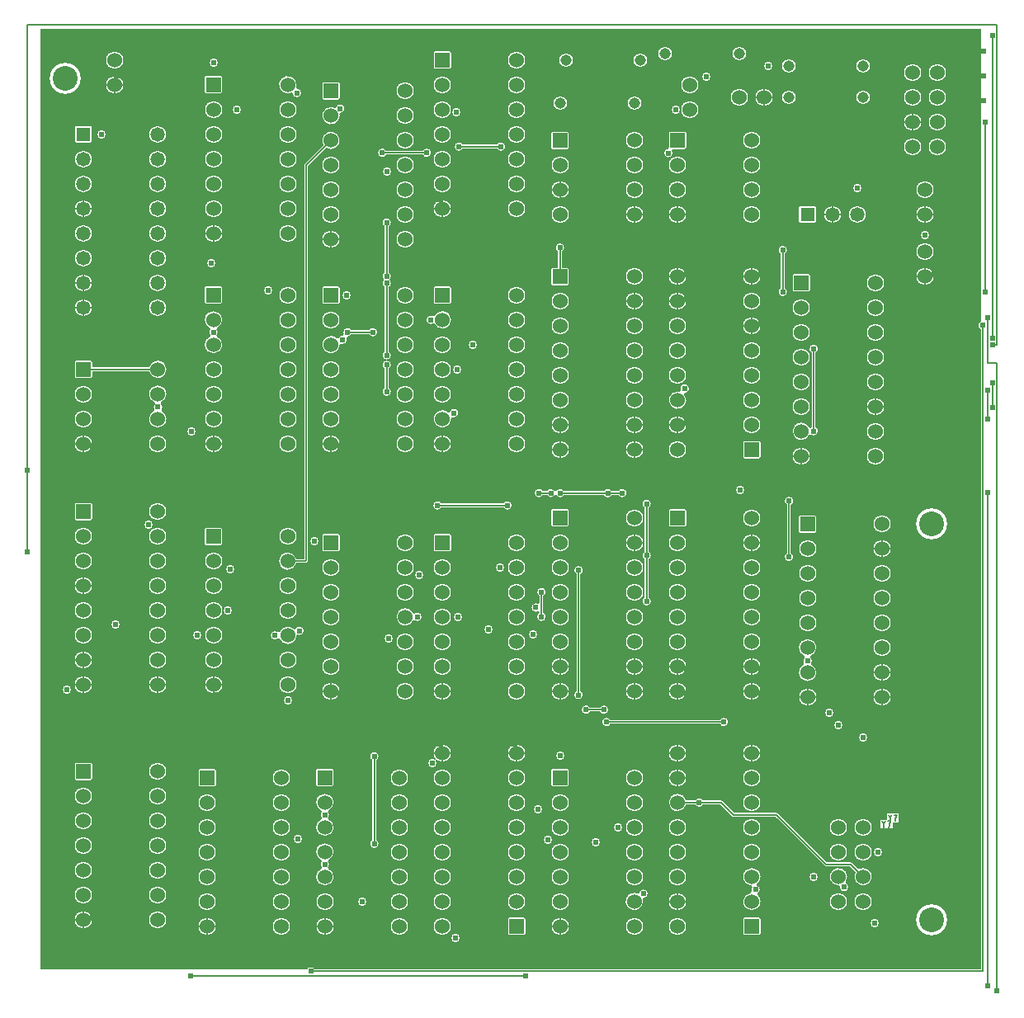
<source format=gbl>
G04 ================== begin FILE IDENTIFICATION RECORD ==================*
G04 Layout Name:  adc2.brd*
G04 Film Name:    BOTTOM_COPPER*
G04 File Format:  Gerber RS274X*
G04 File Origin:  Cadence Allegro -unreleased*
G04 Origin Date:  Sun Sep 19 23:40:03 2021*
G04 *
G04 Layer:  VIA CLASS/BOTTOM*
G04 Layer:  PIN/BOTTOM*
G04 Layer:  ETCH/BOTTOM*
G04 *
G04 Offset:    (0.00 0.00)*
G04 Mirror:    No*
G04 Mode:      Positive*
G04 Rotation:  0*
G04 FullContactRelief:  No*
G04 UndefLineWidth:     7.00*
G04 ================== end FILE IDENTIFICATION RECORD ====================*
%FSLAX25Y25*MOIN*%
%IR0*IPPOS*OFA0.00000B0.00000*MIA0B0*SFA1.00000B1.00000*%
%ADD11C,.06*%
%ADD10C,.024*%
%ADD16C,.045*%
%ADD13C,.058*%
%ADD12R,.06X.06*%
%ADD14R,.058X.058*%
%ADD15C,.1*%
%ADD17C,.007*%
%ADD18C,.005*%
%ADD23C,.03404*%
%ADD19C,.07004*%
%ADD21C,.05504*%
%ADD20C,.06804*%
%ADD22C,.12604*%
G75*
%LPD*%
G75*
G36*
G01X10000Y390000D02*
X390000D01*
Y271878D01*
G03X389048Y270350I750J-1528D01*
G03X389998Y268823I1702J0D01*
G01Y10004D01*
X120827D01*
G03X119300Y10954I-1527J-752D01*
G03X117771Y10000I0J-1702D01*
G01X10000D01*
Y390000D01*
G37*
%LPC*%
G75*
G36*
G01X216498Y84500D02*
Y90500D01*
G02X217000Y91002I502J0D01*
G01X223000D01*
G02X223502Y90500I0J-502D01*
G01Y84500D01*
G02X223000Y83998I-502J0D01*
G01X217000D01*
G02X216498Y84500I0J502D01*
G37*
G36*
G01X313998Y284500D02*
Y290500D01*
G02X314500Y291002I502J0D01*
G01X320500D01*
G02X321002Y290500I0J-502D01*
G01Y284500D01*
G02X320500Y283998I-502J0D01*
G01X314500D01*
G02X313998Y284500I0J502D01*
G37*
G36*
G01X263998Y189500D02*
Y195500D01*
G02X264500Y196002I502J0D01*
G01X270500D01*
G02X271002Y195500I0J-502D01*
G01Y189500D01*
G02X270500Y188998I-502J0D01*
G01X264500D01*
G02X263998Y189500I0J502D01*
G37*
G36*
G01X216498D02*
Y195500D01*
G02X217000Y196002I502J0D01*
G01X223000D01*
G02X223502Y195500I0J-502D01*
G01Y189500D01*
G02X223000Y188998I-502J0D01*
G01X217000D01*
G02X216498Y189500I0J502D01*
G37*
G36*
G01X293998Y24500D02*
Y30500D01*
G02X294500Y31002I502J0D01*
G01X300500D01*
G02X301002Y30500I0J-502D01*
G01Y24500D01*
G02X300500Y23998I-502J0D01*
G01X294500D01*
G02X293998Y24500I0J502D01*
G37*
G36*
G01X316498Y187000D02*
Y193000D01*
G02X317000Y193502I502J0D01*
G01X323000D01*
G02X323502Y193000I0J-502D01*
G01Y187000D01*
G02X323000Y186498I-502J0D01*
G01X317000D01*
G02X316498Y187000I0J502D01*
G37*
G36*
G01X293998Y217000D02*
Y223000D01*
G02X294500Y223502I502J0D01*
G01X300500D01*
G02X301002Y223000I0J-502D01*
G01Y217000D01*
G02X300500Y216498I-502J0D01*
G01X294500D01*
G02X293998Y217000I0J502D01*
G37*
G36*
G01X316598Y312100D02*
Y317900D01*
G02X317100Y318402I502J0D01*
G01X322900D01*
G02X323402Y317900I0J-502D01*
G01Y312100D01*
G02X322900Y311598I-502J0D01*
G01X317100D01*
G02X316598Y312100I0J502D01*
G37*
G36*
G01X168998Y374500D02*
Y380500D01*
G02X169500Y381002I502J0D01*
G01X175500D01*
G02X176002Y380500I0J-502D01*
G01Y374500D01*
G02X175500Y373998I-502J0D01*
G01X169500D01*
G02X168998Y374500I0J502D01*
G37*
G36*
G01X123998Y279500D02*
Y285500D01*
G02X124500Y286002I502J0D01*
G01X130500D01*
G02X131002Y285500I0J-502D01*
G01Y279500D01*
G02X130500Y278998I-502J0D01*
G01X124500D01*
G02X123998Y279500I0J502D01*
G37*
G36*
G01X23998Y87000D02*
Y93000D01*
G02X24500Y93502I502J0D01*
G01X30500D01*
G02X31002Y93000I0J-502D01*
G01Y87000D01*
G02X30500Y86498I-502J0D01*
G01X24500D01*
G02X23998Y87000I0J502D01*
G37*
G36*
G01X123998Y179500D02*
Y185500D01*
G02X124500Y186002I502J0D01*
G01X130500D01*
G02X131002Y185500I0J-502D01*
G01Y179500D01*
G02X130500Y178998I-502J0D01*
G01X124500D01*
G02X123998Y179500I0J502D01*
G37*
G36*
G01X168998Y279500D02*
Y285500D01*
G02X169500Y286002I502J0D01*
G01X175500D01*
G02X176002Y285500I0J-502D01*
G01Y279500D01*
G02X175500Y278998I-502J0D01*
G01X169500D01*
G02X168998Y279500I0J502D01*
G37*
G36*
G01X76498Y182000D02*
Y188000D01*
G02X77000Y188502I502J0D01*
G01X83000D01*
G02X83502Y188000I0J-502D01*
G01Y182000D01*
G02X83000Y181498I-502J0D01*
G01X77000D01*
G02X76498Y182000I0J502D01*
G37*
G36*
G01X123998Y362000D02*
Y368000D01*
G02X124500Y368502I502J0D01*
G01X130500D01*
G02X131002Y368000I0J-502D01*
G01Y362000D01*
G02X130500Y361498I-502J0D01*
G01X124500D01*
G02X123998Y362000I0J502D01*
G37*
G36*
G01X168998Y179500D02*
Y185500D01*
G02X169500Y186002I502J0D01*
G01X175500D01*
G02X176002Y185500I0J-502D01*
G01Y179500D01*
G02X175500Y178998I-502J0D01*
G01X169500D01*
G02X168998Y179500I0J502D01*
G37*
G36*
G01X73998Y84500D02*
Y90500D01*
G02X74500Y91002I502J0D01*
G01X80500D01*
G02X81002Y90500I0J-502D01*
G01Y84500D01*
G02X80500Y83998I-502J0D01*
G01X74500D01*
G02X73998Y84500I0J502D01*
G37*
G36*
G01X198998Y24500D02*
Y30500D01*
G02X199500Y31002I502J0D01*
G01X205500D01*
G02X206002Y30500I0J-502D01*
G01Y24500D01*
G02X205500Y23998I-502J0D01*
G01X199500D01*
G02X198998Y24500I0J502D01*
G37*
G36*
G01X76498Y279500D02*
Y285500D01*
G02X77000Y286002I502J0D01*
G01X83000D01*
G02X83502Y285500I0J-502D01*
G01Y279500D01*
G02X83000Y278998I-502J0D01*
G01X77000D01*
G02X76498Y279500I0J502D01*
G37*
G36*
G01X216498Y342000D02*
Y348000D01*
G02X217000Y348502I502J0D01*
G01X223000D01*
G02X223502Y348000I0J-502D01*
G01Y342000D01*
G02X223000Y341498I-502J0D01*
G01X217000D01*
G02X216498Y342000I0J502D01*
G37*
G36*
G01X76498Y364500D02*
Y370500D01*
G02X77000Y371002I502J0D01*
G01X83000D01*
G02X83502Y370500I0J-502D01*
G01Y364500D01*
G02X83000Y363998I-502J0D01*
G01X77000D01*
G02X76498Y364500I0J502D01*
G37*
G36*
G01X23998Y192000D02*
Y198000D01*
G02X24500Y198502I502J0D01*
G01X30500D01*
G02X31002Y198000I0J-502D01*
G01Y192000D01*
G02X30500Y191498I-502J0D01*
G01X24500D01*
G02X23998Y192000I0J502D01*
G37*
G36*
G01X24098Y344600D02*
Y350400D01*
G02X24600Y350902I502J0D01*
G01X30400D01*
G02X30902Y350400I0J-502D01*
G01Y344600D01*
G02X30400Y344098I-502J0D01*
G01X24600D01*
G02X24098Y344600I0J502D01*
G37*
G36*
G01X121498Y84500D02*
Y90500D01*
G02X122000Y91002I502J0D01*
G01X128000D01*
G02X128502Y90500I0J-502D01*
G01Y84500D01*
G02X128000Y83998I-502J0D01*
G01X122000D01*
G02X121498Y84500I0J502D01*
G37*
G36*
G01X251513Y40658D02*
G03X252078Y40944I172J361D01*
G02X253750Y42327I1672J-319D01*
G02X255452Y40625I0J-1702D01*
G02X253763Y38923I-1702J0D01*
G03X253379Y38418I2J-400D01*
G02X253502Y37500I-3379J-920D01*
G02X250000Y41002I-3502J0D01*
G02X251513Y40658I-1J-3502D01*
G37*
G36*
G01X333047Y43534D02*
G03X332637Y44001I-394J67D01*
G02X332500Y43998I-145J3499D01*
G02X336002Y47500I0J3502D01*
G02X335298Y45394I-3502J0D01*
G03X335448Y44791I319J-241D01*
G02X336427Y43250I-723J-1541D01*
G02X333023I-1702J0D01*
G02X333047Y43534I1702J-1D01*
G37*
G36*
G01X123745Y53649D02*
G03X123608Y54286I-295J270D01*
G02X121498Y57500I1393J3214D01*
G02X128502I3502J0D01*
G02X126392Y54286I-3503J0D01*
G03X126255Y53649I158J-367D01*
G02X126702Y52500I-1255J-1150D01*
G02X126255Y51351I-1702J1D01*
G03X126392Y50714I295J-270D01*
G02X128502Y47500I-1393J-3214D01*
G02X121498I-3502J0D01*
G02X123608Y50714I3503J0D01*
G03X123745Y51351I-158J367D01*
G02X123298Y52500I1255J1150D01*
G02X123745Y53649I1702J-1D01*
G37*
G36*
G01X349498Y70502D02*
X351998D01*
Y73002D01*
X356802D01*
Y69498D01*
X354302D01*
Y66998D01*
X349498D01*
Y70502D01*
G37*
G36*
G01X123745Y73649D02*
G03X123608Y74286I-295J270D01*
G02X121498Y77500I1393J3214D01*
G02X128502I3502J0D01*
G02X126392Y74286I-3503J0D01*
G03X126255Y73649I158J-367D01*
G02X126702Y72500I-1255J-1150D01*
G02X126255Y71351I-1702J1D01*
G03X126392Y70714I295J-270D01*
G02X128502Y67500I-1393J-3214D01*
G02X121498I-3502J0D01*
G02X123608Y70714I3503J0D01*
G03X123745Y71351I-158J367D01*
G02X123298Y72500I1255J1150D01*
G02X123745Y73649I1702J-1D01*
G37*
G36*
G01X274723Y76748D02*
X270924D01*
X270884Y76600D01*
G02X267500Y73998I-3384J900D01*
G02Y81002I0J3502D01*
G02X270884Y78400I0J-3502D01*
G01X270924Y78252D01*
X274723D01*
G02X277777I1527J-752D01*
G01X285000D01*
G02X285531Y78031I-1J-751D01*
G01X290311Y73252D01*
X307500D01*
G02X308031Y73031I-1J-751D01*
G01X327811Y53252D01*
X337500D01*
G02X338031Y53031I-1J-751D01*
G01X340610Y50452D01*
X340743Y50530D01*
G02X342500Y51002I1756J-3030D01*
G02X338998Y47500I0J-3502D01*
G02X339470Y49257I3502J1D01*
G01X339548Y49390D01*
X337189Y51748D01*
X327500D01*
G02X326969Y51969I1J751D01*
G01X307189Y71748D01*
X290000D01*
G02X289469Y71969I1J751D01*
G01X284689Y76748D01*
X277777D01*
G02X274723I-1527J752D01*
G37*
G36*
G01X144246Y62327D02*
Y94673D01*
G02X143296Y96200I752J1527D01*
G02X146700I1702J0D01*
G02X145750Y94673I-1702J0D01*
G01Y62327D01*
G02X146700Y60800I-752J-1527D01*
G02X143296I-1702J0D01*
G02X144246Y62327I1702J0D01*
G37*
G36*
G01X240273Y109246D02*
G02X238746Y108296I-1527J752D01*
G02Y111700I0J1702D01*
G02X240273Y110750I0J-1702D01*
G01X284673D01*
G02X286200Y111700I1527J-752D01*
G02Y108296I0J-1702D01*
G02X284673Y109246I0J1702D01*
G01X240273D01*
G37*
G36*
G01X232025Y114250D02*
G02X230498Y113300I-1527J752D01*
G02Y116704I0J1702D01*
G02X232025Y115754I0J-1702D01*
G01X236268D01*
G02X237795Y116704I1527J-752D01*
G02Y113300I0J-1702D01*
G02X236268Y114250I0J1702D01*
G01X232025D01*
G37*
G36*
G01X112528Y147423D02*
G03X113185Y147543I289J277D01*
G02X114750Y148577I1565J-667D01*
G02Y145173I0J-1702D01*
G02X114063Y145318I0J1702D01*
G03X113502Y144957I-161J-366D01*
G02X110000Y141498I-3502J43D01*
G02X106754Y143686I0J3502D01*
G03X106096Y143814I-371J-150D01*
G02X104875Y143298I-1221J1187D01*
G02Y146702I0J1702D01*
G02X106096Y146186I0J-1703D01*
G03X106754Y146314I287J278D01*
G02X110000Y148502I3246J-1314D01*
G02X112528Y147423I0J-3501D01*
G37*
G36*
G01X161299Y151181D02*
G03X160682Y151038I-253J-310D01*
G02X157500Y148998I-3182J1462D01*
G02Y156002I0J3502D01*
G02X160682Y153962I0J-3502D01*
G03X161299Y153819I364J167D01*
G02X162375Y154202I1076J-1320D01*
G02Y150798I0J-1702D01*
G02X161299Y151181I0J1703D01*
G37*
G36*
G01X211746Y158043D02*
Y160973D01*
G02X210796Y162500I752J1527D01*
G02X214200I1702J0D01*
G02X213250Y160973I-1702J0D01*
G01Y154027D01*
G02X214200Y152500I-752J-1527D01*
G02X210796I-1702J0D01*
G02X211746Y154027I1702J0D01*
G01Y154457D01*
G03X211138Y154798I-400J0D01*
G02X210250Y154548I-888J1452D01*
G02Y157952I0J1702D01*
G02X211138Y157702I0J-1702D01*
G03X211746Y158043I208J341D01*
G37*
G36*
G01X226746Y122429D02*
Y169841D01*
G02X225796Y171368I752J1527D01*
G02X229200I1702J0D01*
G02X228250Y169841I-1702J0D01*
G01Y122429D01*
G02X229200Y120902I-752J-1527D01*
G02X225796I-1702J0D01*
G02X226746Y122429I1702J0D01*
G37*
G36*
G01X172077Y196746D02*
G02X170550Y195796I-1527J752D01*
G02Y199200I0J1702D01*
G02X172077Y198250I0J-1702D01*
G01X197223D01*
G02X198750Y199200I1527J-752D01*
G02Y195796I0J-1702D01*
G02X197223Y196746I0J1702D01*
G01X172077D01*
G37*
G36*
G01X254250Y178777D02*
Y196673D01*
G02X253300Y198200I752J1527D01*
G02X256704I1702J0D01*
G02X255754Y196673I-1702J0D01*
G01Y178777D01*
G02Y175723I-752J-1527D01*
G01Y160277D01*
G02X256704Y158750I-752J-1527D01*
G02X253300I-1702J0D01*
G02X254250Y160277I1702J0D01*
G01Y175723D01*
G02Y178777I752J1527D01*
G37*
G36*
G01X311750Y178227D02*
Y197841D01*
G02X310800Y199368I752J1527D01*
G02X314204I1702J0D01*
G02X313254Y197841I-1702J0D01*
G01Y178227D01*
G02X314204Y176700I-752J-1527D01*
G02X310800I-1702J0D01*
G02X311750Y178227I1702J0D01*
G37*
G36*
G01X31002Y255500D02*
Y253252D01*
X54076D01*
X54116Y253400D01*
G02X57500Y256002I3384J-900D01*
G02Y248998I0J-3502D01*
G02X54116Y251600I0J3502D01*
G01X54076Y251748D01*
X31002D01*
Y249500D01*
G02X30500Y248998I-502J0D01*
G01X24500D01*
G02X23998Y249500I0J502D01*
G01Y255500D01*
G02X24500Y256002I502J0D01*
G01X30500D01*
G02X31002Y255500I0J-502D01*
G37*
G36*
G01X149246Y244977D02*
Y252773D01*
G02X148296Y254300I752J1527D01*
G02X151700I1702J0D01*
G02X150750Y252773I-1702J0D01*
G01Y244977D01*
G02X151700Y243450I-752J-1527D01*
G02X148296I-1702J0D01*
G02X149246Y244977I1702J0D01*
G37*
G36*
G01X321746Y229027D02*
Y259273D01*
G02X320796Y260800I752J1527D01*
G02X324200I1702J0D01*
G02X323250Y259273I-1702J0D01*
G01Y229027D01*
G02X324200Y227500I-752J-1527D01*
G02X322498Y225798I-1702J0D01*
G02X321350Y226244I1J1702D01*
G03X320713Y226107I-270J-296D01*
G02X317500Y223998I-3213J1393D01*
G02Y231002I0J3502D01*
G02X320713Y228893I0J-3502D01*
G03X321350Y228756I367J159D01*
G02X321746Y229027I1150J-1255D01*
G37*
G36*
G01X78745Y268649D02*
G03X78608Y269286I-295J270D01*
G02X76498Y272500I1393J3214D01*
G02X83502I3502J0D01*
G02X81392Y269286I-3503J0D01*
G03X81255Y268649I158J-367D01*
G02X81702Y267500I-1255J-1150D01*
G02X81255Y266351I-1702J1D01*
G03X81392Y265714I295J-270D01*
G02X83502Y262500I-1393J-3214D01*
G02X76498I-3502J0D01*
G02X78608Y265714I3503J0D01*
G03X78745Y266351I-158J367D01*
G02X78298Y267500I1255J1150D01*
G02X78745Y268649I1702J-1D01*
G37*
G36*
G01X169347Y270975D02*
G03X168752Y271124I-360J-174D01*
G02X167750Y270798I-1002J1377D01*
G02Y274202I0J1702D01*
G02X168752Y273876I0J-1703D01*
G03X169347Y274025I235J323D01*
G02X172500Y276002I3153J-1526D01*
G02Y268998I0J-3502D01*
G02X169347Y270975I0J3503D01*
G37*
G36*
G01X309246Y285277D02*
Y299173D01*
G02X308296Y300700I752J1527D01*
G02X311700I1702J0D01*
G02X310750Y299173I-1702J0D01*
G01Y285277D01*
G02X311700Y283750I-752J-1527D01*
G02X308296I-1702J0D01*
G02X309246Y285277I1702J0D01*
G37*
G36*
G01X219248Y293502D02*
Y300173D01*
G02X218298Y301700I752J1527D01*
G02X221702I1702J0D01*
G02X220752Y300173I-1702J0D01*
G01Y293502D01*
X223000D01*
G02X223502Y293000I0J-502D01*
G01Y287000D01*
G02X223000Y286498I-502J0D01*
G01X217000D01*
G02X216498Y287000I0J502D01*
G01Y293000D01*
G02X217000Y293502I502J0D01*
G01X219248D01*
G37*
G36*
G01X149250Y291677D02*
Y310341D01*
G02X148300Y311868I752J1527D01*
G02X151704I1702J0D01*
G02X150754Y310341I-1702J0D01*
G01Y291677D01*
G02X151704Y290150I-752J-1527D01*
G02X151233Y288974I-1702J-1D01*
G03X151232Y288422I289J-277D01*
G02X151700Y287250I-1234J-1172D01*
G02X150750Y285723I-1702J0D01*
G01Y259727D01*
G02X151700Y258200I-752J-1527D01*
G02X148296I-1702J0D01*
G02X149246Y259727I1702J0D01*
G01Y285723D01*
G02X148296Y287250I752J1527D01*
G02X148767Y288426I1702J1D01*
G03X148768Y288978I-289J277D01*
G02X148300Y290150I1234J1172D01*
G02X149250Y291677I1702J0D01*
G37*
G36*
G01X149727Y339246D02*
G02X148200Y338296I-1527J752D01*
G02Y341700I0J1702D01*
G02X149727Y340750I0J-1702D01*
G01X164673D01*
G02X166200Y341700I1527J-752D01*
G02Y338296I0J-1702D01*
G02X164673Y339246I0J1702D01*
G01X149727D01*
G37*
G36*
G01X180727Y341750D02*
G02X179200Y340800I-1527J752D01*
G02Y344204I0J1702D01*
G02X180727Y343254I0J-1702D01*
G01X194623D01*
G02X196150Y344204I1527J-752D01*
G02Y340800I0J-1702D01*
G02X194623Y341750I0J1702D01*
G01X180727D01*
G37*
G36*
G01X116969Y335531D02*
X124548Y343110D01*
X124470Y343243D01*
G02X123998Y345000I3030J1756D01*
G02X127500Y341498I3502J0D01*
G02X125613Y342050I0J3501D01*
G01X118252Y334689D01*
Y175500D01*
G02X118031Y174969I-751J1D01*
G01X117531Y174469D01*
G02X117000Y174248I-532J530D01*
G01X113424D01*
X113384Y174100D01*
G02X110000Y171498I-3384J900D01*
G02Y178502I0J3502D01*
G02X113384Y175900I0J-3502D01*
G01X113424Y175752D01*
X116689D01*
X116748Y175811D01*
Y335000D01*
G02X116969Y335531I751J-1D01*
G37*
G36*
G01X129062Y358134D02*
G03X129623Y358375I178J358D01*
G02X131250Y359577I1627J-500D01*
G02X132952Y357875I0J-1702D01*
G02X131310Y356174I-1702J0D01*
G03X130932Y355695I14J-400D01*
G02X131002Y355000I-3432J-697D01*
G02X127500Y358502I-3502J0D01*
G02X129062Y358134I-1J-3502D01*
G37*
G36*
G01X112053Y363996D02*
G03X111485Y364328I-399J-30D01*
G02X110000Y363998I-1484J3172D01*
G02X113502Y367500I0J3502D01*
G02X113310Y366357I-3502J1D01*
G03X113700Y365826I378J-131D01*
G02X113750Y365827I59J-1701D01*
G02Y362423I0J-1702D01*
G02X112053Y363996I0J1702D01*
G37*
G36*
G01X297400Y43999D02*
G02X293998Y47500I100J3501D01*
G02X301002I3502J0D01*
G02X299434Y44581I-3501J0D01*
G03X299531Y43867I221J-334D01*
G02X300702Y42250I-531J-1617D01*
G02X299864Y40783I-1703J0D01*
G03X299804Y40138I203J-344D01*
G02X301002Y37500I-2304J-2637D01*
G02X293998I-3502J0D01*
G02X297129Y40982I3502J0D01*
G03X297451Y41546I-42J398D01*
G02X297298Y42250I1549J705D01*
G02X297695Y43343I1703J0D01*
G03X297400Y43999I-307J256D01*
G37*
G36*
G01X318772Y136720D02*
G02X316498Y140000I1229J3280D01*
G02X323502I3502J0D01*
G02X321228Y136720I-3503J0D01*
G03X321108Y136042I140J-374D01*
G02X321702Y134750I-1108J-1292D01*
G02X321376Y133748I-1703J0D01*
G03X321525Y133153I323J-235D01*
G02X323502Y130000I-1526J-3153D01*
G02X316498I-3502J0D01*
G02X318475Y133153I3503J0D01*
G03X318624Y133748I-174J360D01*
G02X318298Y134750I1377J1002D01*
G02X318892Y136042I1702J0D01*
G03X318772Y136720I-260J304D01*
G37*
G36*
G01X213025Y203254D02*
X214871D01*
G02X216398Y204204I1527J-752D01*
G02X217857Y203378I0J-1702D01*
G03X218543Y203377I343J206D01*
G02X220000Y204200I1457J-878D01*
G02X221527Y203250I0J-1702D01*
G01X237773D01*
G02X240827I1527J-752D01*
G01X243673D01*
G02X245200Y204200I1527J-752D01*
G02Y200796I0J-1702D01*
G02X243673Y201746I0J1702D01*
G01X240827D01*
G02X237773I-1527J752D01*
G01X221527D01*
G02X220000Y200796I-1527J752D01*
G02X218541Y201622I0J1702D01*
G03X217855Y201623I-343J-206D01*
G02X216398Y200800I-1457J878D01*
G02X214871Y201750I0J1702D01*
G01X213025D01*
G02X211498Y200800I-1527J752D01*
G02Y204204I0J1702D01*
G02X213025Y203254I0J-1702D01*
G37*
G36*
G01X175587Y235236D02*
G02X177250Y236577I1663J-361D01*
G02Y233173I0J-1702D01*
G02X176541Y233328I1J1702D01*
G03X175977Y232917I-167J-364D01*
G02X176002Y232500I-3477J-418D01*
G02X172500Y236002I-3502J0D01*
G02X174920Y235032I1J-3502D01*
G03X175587Y235236I276J289D01*
G37*
G36*
G01X56352Y239192D02*
G02X53998Y242500I1147J3308D01*
G02X61002I3502J0D01*
G02X58805Y239250I-3502J0D01*
G03X58701Y238569I149J-371D01*
G02X59327Y237250I-1077J-1319D01*
G02X58973Y236211I-1702J0D01*
G03X59107Y235612I317J-244D01*
G02X61002Y232500I-1608J-3112D01*
G02X53998I-3502J0D01*
G02X56059Y235692I3502J0D01*
G03X56224Y236284I-164J365D01*
G02X55923Y237250I1400J966D01*
G02X56488Y238516I1701J0D01*
G03X56352Y239192I-267J298D01*
G37*
G36*
G01X268871Y243954D02*
G02X268673Y244750I1504J797D01*
G02X270375Y243048I1702J0D01*
G01X270368D01*
G03X270072Y242377I-2J-400D01*
G02X271002Y240000I-2573J-2377D01*
G02X267500Y243502I-3502J0D01*
G02X268413Y243381I0J-3502D01*
G03X268871Y243954I104J386D01*
G37*
G36*
G01X135727Y268250D02*
X142923D01*
G02X144450Y269200I1527J-752D01*
G02Y265796I0J-1702D01*
G02X142923Y266746I0J1702D01*
G01X135727D01*
G02X134200Y265796I-1527J752D01*
G01X134160D01*
G03X133789Y265226I-9J-400D01*
G02X133952Y264500I-1539J-727D01*
G02X132250Y262798I-1702J0D01*
G02X131563Y262943I0J1702D01*
G03X131001Y262569I-162J-366D01*
G02X131002Y262500I-3501J-85D01*
G02X127500Y266002I-3502J0D01*
G02X129996Y264956I0J-3501D01*
G03X130656Y265097I285J281D01*
G02X132250Y266202I1594J-597D01*
G01X132290D01*
G03X132661Y266772I9J400D01*
G02X132498Y267498I1539J727D01*
G02X134200Y269200I1702J0D01*
G02X135727Y268250I0J-1702D01*
G37*
G36*
G01X263998Y348000D02*
G02X264500Y348502I502J0D01*
G01X270500D01*
G02X271002Y348000I0J-502D01*
G01Y342000D01*
G02X270500Y341498I-502J0D01*
G01X265459D01*
G03X265134Y340866I0J-400D01*
G02X265452Y339875I-1385J-991D01*
G02X262048I-1702J0D01*
G02X263628Y341573I1702J0D01*
G03X263999Y341984I-29J399D01*
G02X263998Y342000I500J39D01*
G01Y348000D01*
G37*
G54D23*
X220000Y96375D03*
X20750Y123000D03*
X150150Y332375D03*
X168375Y93250D03*
X292750Y203625D03*
X266750Y357500D03*
X89375D03*
X304000Y375000D03*
X279250Y370625D03*
X53750Y189750D03*
X86750Y171875D03*
X120750Y183000D03*
X85850Y155000D03*
X102250Y284375D03*
X150750Y143875D03*
X177750Y22750D03*
X133825Y282500D03*
X114125Y62750D03*
X34875Y347500D03*
X73625Y145000D03*
X340000Y325825D03*
X71125Y227250D03*
X110000Y118600D03*
X140000Y37500D03*
X163250Y169375D03*
X195875Y172500D03*
X178350Y252500D03*
X184875Y262500D03*
X209250Y145375D03*
X191250Y147500D03*
X178875Y152500D03*
X211250Y74875D03*
X234375Y61250D03*
X215250Y62500D03*
X243373Y67500D03*
X347250Y28801D03*
X40625Y149247D03*
X178250Y356500D03*
X80000Y376375D03*
X79000Y295250D03*
X367500Y306675D03*
X322375Y47500D03*
X328750Y113750D03*
X348625Y57500D03*
X332500Y108750D03*
X342500Y103750D03*
G54D19*
X297500Y335000D03*
Y325000D03*
Y315000D03*
Y345000D03*
X267500Y315000D03*
Y335000D03*
Y325000D03*
X155000Y67500D03*
Y77500D03*
Y47500D03*
Y57500D03*
Y27500D03*
Y37500D03*
X125000D03*
X155000Y87500D03*
X125000Y27500D03*
X57500Y125000D03*
Y155000D03*
Y175000D03*
Y185000D03*
Y145000D03*
Y135000D03*
Y165000D03*
X27500Y135000D03*
Y165000D03*
Y185000D03*
Y155000D03*
Y145000D03*
Y175000D03*
X57500Y195000D03*
X27500Y125000D03*
X110000Y327500D03*
Y337500D03*
Y347500D03*
Y317500D03*
Y307500D03*
X80000Y317500D03*
Y347500D03*
Y337500D03*
Y327500D03*
Y357500D03*
X110000D03*
X80000Y307500D03*
X250000Y335000D03*
Y325000D03*
Y315000D03*
X220000D03*
X250000Y345000D03*
X220000Y335000D03*
Y325000D03*
X110000Y262500D03*
Y272500D03*
Y242500D03*
Y252500D03*
Y222500D03*
Y232500D03*
X80000D03*
Y242500D03*
Y252500D03*
X110000Y282500D03*
X80000Y222500D03*
X172500Y37500D03*
Y47500D03*
Y57500D03*
Y67500D03*
Y77500D03*
Y87500D03*
Y97500D03*
X202500Y87500D03*
Y77500D03*
Y67500D03*
Y57500D03*
Y47500D03*
Y37500D03*
X172500Y27500D03*
X202500Y97500D03*
X107500Y57500D03*
Y77500D03*
Y67500D03*
Y47500D03*
Y37500D03*
Y27500D03*
X77500Y57500D03*
Y37500D03*
Y47500D03*
Y67500D03*
Y77500D03*
X107500Y87500D03*
X77500Y27500D03*
X202500Y152500D03*
Y172500D03*
Y162500D03*
Y142500D03*
Y132500D03*
Y122500D03*
X172500Y152500D03*
Y132500D03*
Y142500D03*
Y162500D03*
Y172500D03*
X202500Y182500D03*
X172500Y122500D03*
X157500Y335000D03*
Y355000D03*
Y345000D03*
Y325000D03*
Y315000D03*
Y305000D03*
X127500Y335000D03*
Y315000D03*
Y325000D03*
X157500Y365000D03*
X127500Y305000D03*
X110000Y155000D03*
Y165000D03*
Y135000D03*
Y125000D03*
X80000Y155000D03*
Y135000D03*
Y145000D03*
Y165000D03*
Y175000D03*
X110000Y185000D03*
X80000Y125000D03*
X202500Y252500D03*
Y272500D03*
Y262500D03*
Y242500D03*
Y232500D03*
Y222500D03*
X172500Y252500D03*
Y242500D03*
Y262500D03*
X202500Y282500D03*
X172500Y222500D03*
X157500Y172500D03*
Y162500D03*
Y142500D03*
Y132500D03*
Y122500D03*
X127500Y152500D03*
Y132500D03*
Y142500D03*
Y162500D03*
Y172500D03*
X157500Y182500D03*
X127500Y122500D03*
X57500Y70000D03*
Y80000D03*
Y50000D03*
Y60000D03*
Y30000D03*
Y40000D03*
X27500D03*
Y50000D03*
Y60000D03*
Y70000D03*
Y80000D03*
X57500Y90000D03*
X27500Y30000D03*
X157500Y262500D03*
Y272500D03*
Y242500D03*
Y252500D03*
Y222500D03*
Y232500D03*
X127500D03*
Y242500D03*
Y252500D03*
Y272500D03*
X157500Y282500D03*
X127500Y222500D03*
X202500Y357500D03*
Y367500D03*
Y337500D03*
Y347500D03*
Y317500D03*
Y327500D03*
X172500D03*
Y337500D03*
Y347500D03*
Y357500D03*
Y367500D03*
X202500Y377500D03*
X172500Y317500D03*
X297500Y290000D03*
X267500Y220000D03*
Y230000D03*
X297500Y270000D03*
Y260000D03*
Y250000D03*
Y240000D03*
Y230000D03*
X267500Y280000D03*
Y290000D03*
Y270000D03*
Y260000D03*
Y250000D03*
X297500Y280000D03*
X320000Y120000D03*
X350000Y190000D03*
Y180000D03*
X320000Y150000D03*
Y160000D03*
Y170000D03*
Y180000D03*
X350000Y130000D03*
Y120000D03*
Y140000D03*
Y150000D03*
Y160000D03*
Y170000D03*
X297500Y97500D03*
X267500Y27500D03*
Y37500D03*
X297500Y77500D03*
Y67500D03*
Y57500D03*
X267500Y87500D03*
Y97500D03*
Y67500D03*
Y57500D03*
Y47500D03*
X297500Y87500D03*
X342500Y67500D03*
X332500D03*
X342500Y57500D03*
X332500D03*
X342500Y37500D03*
X332500D03*
X220000Y122500D03*
X250000Y192500D03*
Y172500D03*
Y132500D03*
Y122500D03*
X220000Y132500D03*
Y142500D03*
Y152500D03*
Y162500D03*
Y172500D03*
Y182500D03*
X250000Y162500D03*
Y152500D03*
Y142500D03*
Y182500D03*
X267500Y122500D03*
X297500Y192500D03*
Y172500D03*
Y132500D03*
Y122500D03*
X267500Y132500D03*
Y142500D03*
Y152500D03*
Y162500D03*
Y172500D03*
Y182500D03*
X297500Y162500D03*
Y152500D03*
Y142500D03*
Y182500D03*
X220000Y220000D03*
X250000Y290000D03*
Y270000D03*
Y230000D03*
Y220000D03*
X220000Y230000D03*
Y240000D03*
Y250000D03*
Y260000D03*
Y270000D03*
Y280000D03*
X250000Y260000D03*
Y250000D03*
Y240000D03*
Y280000D03*
X317500Y217500D03*
X347500Y287500D03*
Y237500D03*
Y247500D03*
Y257500D03*
Y227500D03*
X317500Y247500D03*
X347500Y217500D03*
X317500Y257500D03*
Y237500D03*
X347500Y277500D03*
X317500D03*
X347500Y267500D03*
X317500D03*
X367500Y325000D03*
Y315000D03*
Y300000D03*
Y290000D03*
X40000Y377500D03*
Y367500D03*
X292500Y362500D03*
X302500D03*
X272500Y357500D03*
Y367500D03*
X220000Y27500D03*
X250000Y87500D03*
Y27500D03*
X220000Y37500D03*
X250000Y77500D03*
Y67500D03*
Y57500D03*
Y47500D03*
X220000D03*
Y57500D03*
Y67500D03*
Y77500D03*
X372500Y372500D03*
X362500D03*
X372500Y362500D03*
X362500D03*
X372500Y352500D03*
X362500D03*
X372500Y342500D03*
X362500D03*
X57500Y222500D03*
X27500D03*
Y242500D03*
Y232500D03*
G54D21*
X342500Y362500D03*
X312500D03*
X292500Y380000D03*
X262500D03*
X250000Y360000D03*
X220000D03*
X342500Y375000D03*
X312500D03*
X222500Y377500D03*
X252500D03*
G54D20*
X57500Y277500D03*
Y307500D03*
Y327500D03*
Y337500D03*
Y297500D03*
Y287500D03*
Y317500D03*
X27500Y287500D03*
Y317500D03*
Y337500D03*
Y307500D03*
Y297500D03*
Y327500D03*
X57500Y347500D03*
X27500Y277500D03*
X330000Y315000D03*
X340000D03*
G54D22*
X370000Y190000D03*
X20000Y370000D03*
X370000Y30000D03*
%LPD*%
G75*
G54D10*
X11200Y11200D03*
Y21200D03*
Y31200D03*
Y41200D03*
Y51200D03*
Y61200D03*
Y71200D03*
Y81200D03*
Y91200D03*
Y101200D03*
Y111200D03*
Y121200D03*
Y131200D03*
Y141200D03*
Y151200D03*
Y161200D03*
Y171200D03*
Y181200D03*
Y191200D03*
X4849Y178750D03*
X11200Y201200D03*
Y221200D03*
X4849Y211650D03*
X11200Y231200D03*
Y241200D03*
Y261200D03*
Y271200D03*
Y281200D03*
Y291200D03*
Y301200D03*
Y311200D03*
Y321200D03*
Y331200D03*
Y341200D03*
Y351200D03*
Y361200D03*
Y371200D03*
Y381200D03*
X21200Y11200D03*
X31200D03*
X41200D03*
X21200Y21200D03*
X31200D03*
X41200D03*
X21200Y31200D03*
X31200D03*
X41200D03*
X21200Y41200D03*
X41200D03*
X21200Y51200D03*
X41200D03*
X21200Y61200D03*
X41200D03*
X21200Y71200D03*
X41200D03*
Y91200D03*
X31200Y101200D03*
X41200D03*
X31200Y111200D03*
X41200D03*
X31200Y121200D03*
X41200D03*
X31200Y131200D03*
X20750Y123000D03*
X31200Y141200D03*
X40625Y149247D03*
X21200Y181200D03*
Y191200D03*
Y201200D03*
X31200D03*
X41200D03*
X21200Y221200D03*
X31200D03*
X41200D03*
X21200Y231200D03*
X41200D03*
X21200Y241200D03*
X41200D03*
X21200Y261200D03*
X31200D03*
X21200Y271200D03*
X31200D03*
X21200Y281200D03*
X31200D03*
X21200Y291200D03*
X31200D03*
X21200Y301200D03*
X31200D03*
Y311200D03*
Y331200D03*
Y341200D03*
X21200Y371200D03*
Y361200D03*
X31200D03*
X41200D03*
X31200Y371200D03*
X41200D03*
X34875Y347500D03*
X21200Y381200D03*
X31200D03*
X51200Y11200D03*
X61200D03*
X70800Y7302D03*
X51200Y21200D03*
X61200D03*
X51200Y31200D03*
Y41200D03*
Y51200D03*
Y61200D03*
Y71200D03*
Y101200D03*
X61200D03*
X51200Y111200D03*
X61200D03*
X71200D03*
X51200Y121200D03*
X61200D03*
X71200D03*
X51200Y151200D03*
X61200D03*
X71200D03*
X53750Y189750D03*
X51200Y201200D03*
X61200D03*
X71200D03*
X51200Y221200D03*
X71200D03*
X51200Y231200D03*
X71200D03*
X51200Y241200D03*
X71200D03*
Y251200D03*
X71125Y227250D03*
X57625Y237250D03*
X61200Y261200D03*
X71200D03*
X61200Y271200D03*
X71200D03*
X61200Y281200D03*
Y291200D03*
Y301200D03*
Y311200D03*
X51200Y331200D03*
X61200D03*
X51200Y341200D03*
X61200D03*
Y351200D03*
X51200Y361200D03*
X61200D03*
X51200Y371200D03*
X61200D03*
X51200Y381200D03*
X61200D03*
X81200Y11200D03*
X91200D03*
X101200D03*
X81200Y21200D03*
X91200D03*
X101200D03*
X81200Y31200D03*
X91200D03*
X101200D03*
X81200Y41200D03*
X91200D03*
X101200D03*
X81200Y51200D03*
X91200D03*
X101200D03*
X81200Y101200D03*
X91200D03*
X101200D03*
X81200Y111200D03*
X91200D03*
X101200D03*
X81200Y121200D03*
X91200D03*
X101200D03*
X91200Y131200D03*
X101200D03*
X91200Y151200D03*
X101200D03*
Y161200D03*
X85850Y155000D03*
X73625Y145000D03*
X91200Y191200D03*
X101200D03*
X86750Y171875D03*
X81200Y201200D03*
X91200D03*
X101200D03*
X81200Y221200D03*
X91200D03*
X101200D03*
X91200Y261200D03*
Y271200D03*
Y281200D03*
X80000Y267500D03*
X81200Y291200D03*
X91200D03*
X81200Y301200D03*
X91200D03*
Y311200D03*
X79000Y295250D03*
X91200Y341200D03*
Y351200D03*
Y371200D03*
X101200D03*
X89375Y357500D03*
X91200Y381200D03*
X80000Y376375D03*
X111200Y11200D03*
X119300Y9252D03*
X111200Y21200D03*
X131200D03*
X111200Y31200D03*
X131200D03*
X111200Y41200D03*
Y51200D03*
X121200D03*
X131200D03*
X121200Y71200D03*
X131200D03*
X125000Y52500D03*
X114125Y62750D03*
X111200Y81200D03*
Y101200D03*
X121200D03*
X131200D03*
X125000Y72500D03*
X111200Y111200D03*
X131200Y121200D03*
X110000Y118600D03*
X121200Y161200D03*
X114750Y146875D03*
X104875Y145000D03*
X121200Y191200D03*
X131200D03*
X120750Y183000D03*
X111200Y201200D03*
X121200D03*
X131200D03*
X121200Y211200D03*
X131200D03*
X121200Y221200D03*
X131200D03*
X121200Y241200D03*
Y251200D03*
Y261200D03*
X102250Y284375D03*
X131200Y331200D03*
X131250Y357875D03*
X113750Y364125D03*
X141200Y21200D03*
Y31200D03*
Y41200D03*
X151200D03*
X140000Y37500D03*
X141200Y51200D03*
X151200D03*
X141200Y71200D03*
X151200D03*
X161200D03*
X144998Y60800D03*
X157207Y100301D03*
X161200Y81200D03*
X141200Y101200D03*
X151200D03*
X161200D03*
X144998Y96200D03*
X141200Y121200D03*
Y141200D03*
X150750Y143875D03*
X161200Y191200D03*
Y201200D03*
Y211200D03*
X149998Y243450D03*
Y258200D03*
Y254300D03*
X132250Y264500D03*
X144450Y267498D03*
X134200D03*
X141200Y301200D03*
X149998Y287250D03*
X150002Y290150D03*
Y311868D03*
X133825Y282500D03*
X141200Y331200D03*
X148200Y339998D03*
X150150Y332375D03*
X141200Y351200D03*
X161200D03*
X141200Y361200D03*
X161200D03*
X177750Y22750D03*
X181200Y51200D03*
X171200Y101200D03*
X181200D03*
X191200D03*
X168375Y93250D03*
X171200Y121200D03*
X181200D03*
X191200D03*
X181200Y131200D03*
Y141200D03*
X162375Y152500D03*
X191250Y147500D03*
X178875Y152500D03*
X181200Y181200D03*
Y191200D03*
X163250Y169375D03*
X181200Y201200D03*
Y211200D03*
X171200Y221200D03*
X181200D03*
X170550Y197498D03*
X181200Y231200D03*
Y241200D03*
X177250Y234875D03*
X181200Y271200D03*
Y281200D03*
X178350Y252500D03*
X184875Y262500D03*
X167750Y272500D03*
X171200Y291200D03*
X181200D03*
X171200Y301200D03*
X181200D03*
X171200Y311200D03*
X181200D03*
X171200Y321200D03*
X181200D03*
Y331200D03*
X166200Y339998D03*
X179200Y342502D03*
X178250Y356500D03*
X206250Y7302D03*
X211200Y21200D03*
X221200D03*
X215250Y62500D03*
X201200Y101200D03*
X211200D03*
X211250Y74875D03*
X220000Y96375D03*
X211200Y121200D03*
X221200D03*
X211200Y131200D03*
X221200D03*
X209250Y145375D03*
X210250Y156250D03*
X212498Y152500D03*
X211200Y171200D03*
Y181200D03*
Y191200D03*
X195875Y172500D03*
X212498Y162500D03*
X201200Y201200D03*
Y211200D03*
X221200D03*
Y221200D03*
X198750Y197498D03*
X220000Y202498D03*
X216398Y202502D03*
X211498D03*
X221200Y231200D03*
X211200Y261200D03*
Y271200D03*
X201200Y291200D03*
X211200D03*
X201200Y301200D03*
Y311200D03*
X220000Y301700D03*
X221200Y321200D03*
X196150Y342502D03*
X231200Y21200D03*
X241200D03*
X251200D03*
X243373Y67500D03*
X234375Y61250D03*
X231200Y91200D03*
Y101200D03*
X251200D03*
X241200Y121200D03*
X251200D03*
X231200Y131200D03*
X241200D03*
X251200D03*
X227498Y120902D03*
X237795Y115002D03*
X230498D03*
X238746Y109998D03*
X231200Y141200D03*
X241200D03*
X231200Y151200D03*
X241200D03*
Y161200D03*
Y171200D03*
Y181200D03*
X251200D03*
X231200Y191200D03*
X241200D03*
X227498Y171368D03*
X231200Y211200D03*
X251200D03*
X231200Y221200D03*
X251200D03*
X245200Y202498D03*
X239300D03*
X231200Y231200D03*
X251200D03*
X231200Y241200D03*
Y251200D03*
Y261200D03*
Y271200D03*
Y281200D03*
X251200D03*
X231200Y291200D03*
Y301200D03*
X241200D03*
X251200D03*
X231200Y321200D03*
Y351200D03*
X241200D03*
X251200D03*
X231200Y361200D03*
X241200D03*
X231200Y381200D03*
X261200Y21200D03*
X271200D03*
X281200D03*
X271200Y31200D03*
X281200D03*
X261200Y41200D03*
X253750Y40625D03*
X271200Y81200D03*
X281200D03*
Y91200D03*
X261200Y101200D03*
X271200D03*
X281200D03*
X276250Y77500D03*
X261200Y121200D03*
X271200D03*
X281200D03*
X261200Y131200D03*
X271200D03*
X281200D03*
Y141200D03*
Y151200D03*
Y161200D03*
X255002Y158750D03*
X261200Y171200D03*
X281200Y191200D03*
X255002Y177250D03*
X281200Y201200D03*
X261200Y211200D03*
X281200D03*
X261200Y221200D03*
X281200D03*
X255002Y198200D03*
X261200Y231200D03*
X271200D03*
X281200D03*
Y241200D03*
X270375Y244750D03*
X281200Y261200D03*
X261200Y271200D03*
X281200D03*
X261200Y281200D03*
X271200D03*
X281200D03*
X261200Y291200D03*
X271200D03*
X281200D03*
X261200Y301200D03*
X271200D03*
X281200D03*
X261200Y331200D03*
X271200D03*
X281200D03*
Y341200D03*
X263750Y339875D03*
X281200Y361200D03*
X266750Y357500D03*
X279250Y370625D03*
X281200Y381200D03*
X291200Y21200D03*
X301200D03*
X311200D03*
X291200Y31200D03*
X311200D03*
X301200Y51200D03*
Y61200D03*
X299000Y42250D03*
X291200Y81200D03*
X301200D03*
X311200D03*
X291200Y91200D03*
X301200D03*
X311200D03*
X291200Y101200D03*
X301200D03*
X311200D03*
X291200Y121200D03*
X301200D03*
X311200D03*
X291200Y131200D03*
X301200D03*
X311200D03*
X286200Y109998D03*
X291200Y151200D03*
Y161200D03*
Y171200D03*
X301200Y201200D03*
Y211200D03*
X292750Y203625D03*
X291200Y241200D03*
Y251200D03*
X311200D03*
X291200Y261200D03*
Y271200D03*
X301200D03*
X291200Y281200D03*
Y291200D03*
X301200D03*
X291200Y301200D03*
X301200D03*
X309998Y283750D03*
Y300700D03*
X311200Y321200D03*
X291200Y331200D03*
X301200D03*
X311200D03*
X291200Y341200D03*
X301200D03*
X311200D03*
X301200Y351200D03*
Y361200D03*
Y371200D03*
X311200D03*
X301200Y381200D03*
X311200D03*
X304000Y375000D03*
X321200Y21200D03*
X331200D03*
X341200D03*
X321200Y31200D03*
X331200D03*
X341200D03*
X321200Y71200D03*
X334725Y43250D03*
X322375Y47500D03*
X321200Y81200D03*
Y91200D03*
Y101200D03*
Y111200D03*
Y121200D03*
X328750Y113750D03*
X332500Y108750D03*
X331200Y161200D03*
X341200D03*
X320000Y134750D03*
X331200Y181200D03*
X341200D03*
X312502Y176700D03*
X321200Y201200D03*
X331200D03*
X341200D03*
X321200Y211200D03*
X331200D03*
X341200D03*
X321200Y221200D03*
X331200D03*
X341200D03*
X312502Y199368D03*
X331200Y251200D03*
X341200D03*
X322498Y227500D03*
X331200Y281200D03*
X322498Y260800D03*
X331200Y291200D03*
X321200Y321200D03*
X331200D03*
X321200Y331200D03*
X331200D03*
X321200Y341200D03*
X331200D03*
X341200D03*
X340000Y325825D03*
X321200Y351200D03*
X331200D03*
X341200D03*
X321200Y361200D03*
X331200D03*
X321200Y371200D03*
X331200D03*
X341200D03*
X321200Y381200D03*
X331200D03*
X341200D03*
X371200Y31200D03*
X351200Y21200D03*
X361200D03*
X371200D03*
X351200Y31200D03*
X361200D03*
X351200Y41200D03*
X361200D03*
X371200D03*
X347250Y28801D03*
X351200Y51200D03*
X361200D03*
X371200D03*
X351200Y61200D03*
X361200D03*
X371200D03*
X361200Y71200D03*
X371200D03*
X348625Y57500D03*
X351200Y81200D03*
X361200D03*
X371200D03*
X351200Y91200D03*
X361200D03*
X371200D03*
X351200Y101200D03*
X361200D03*
X371200D03*
X351200Y111200D03*
X361200D03*
X371200D03*
X351200Y121200D03*
X361200D03*
X371200D03*
X351200Y131200D03*
X361200D03*
X371200D03*
X342500Y103750D03*
X361200Y141200D03*
X371200D03*
X361200Y151200D03*
X371200D03*
X361200Y161200D03*
X371200D03*
Y191200D03*
X361200Y171200D03*
X371200D03*
X351200Y181200D03*
X361200D03*
X371200D03*
X361200Y191200D03*
X351200Y201200D03*
X361200D03*
X371200D03*
X351200Y211200D03*
X361200D03*
X371200D03*
X351200Y221200D03*
X361200D03*
X371200D03*
X361200Y251200D03*
X371200D03*
X351200Y291200D03*
X361200D03*
X371200D03*
X351200Y301200D03*
X361200D03*
X367500Y306675D03*
X351200Y331200D03*
X361200D03*
X351200Y351200D03*
X361200D03*
X351200Y361200D03*
Y371200D03*
Y381200D03*
X361200D03*
X371200D03*
X396600Y1402D03*
X392700Y3352D03*
X381200Y21200D03*
Y31200D03*
Y41200D03*
Y51200D03*
Y61200D03*
Y71200D03*
Y81200D03*
Y91200D03*
Y101200D03*
Y111200D03*
Y121200D03*
Y131200D03*
Y141200D03*
Y151200D03*
Y161200D03*
Y171200D03*
Y181200D03*
Y191200D03*
Y211200D03*
Y221200D03*
X392700Y202700D03*
X381200Y251200D03*
X394650Y247100D03*
Y237150D03*
X392700Y232250D03*
Y244200D03*
X394650Y262250D03*
X392700Y273250D03*
X390750Y270350D03*
X394650Y265150D03*
X381200Y291200D03*
Y301200D03*
Y311200D03*
X391750Y283750D03*
X381200Y321200D03*
Y331200D03*
Y341200D03*
X391200Y371200D03*
Y361200D03*
X381200D03*
Y371200D03*
X391750Y352500D03*
X391200Y381200D03*
X381200D03*
X394650Y387250D03*
G54D11*
X27500Y30000D03*
Y40000D03*
Y50000D03*
Y60000D03*
Y70000D03*
Y80000D03*
Y125000D03*
Y135000D03*
Y145000D03*
Y155000D03*
Y165000D03*
Y175000D03*
Y185000D03*
Y222500D03*
Y232500D03*
Y242500D03*
X40000Y367500D03*
Y377500D03*
X57500Y30000D03*
Y40000D03*
Y50000D03*
Y60000D03*
Y70000D03*
Y80000D03*
Y90000D03*
Y125000D03*
Y155000D03*
Y145000D03*
Y135000D03*
Y185000D03*
Y175000D03*
Y165000D03*
Y195000D03*
Y222500D03*
Y232500D03*
Y242500D03*
Y252500D03*
X77500Y27500D03*
Y37500D03*
Y47500D03*
Y57500D03*
Y67500D03*
Y77500D03*
X80000Y125000D03*
Y135000D03*
Y145000D03*
Y155000D03*
Y165000D03*
Y175000D03*
Y222500D03*
Y232500D03*
Y242500D03*
Y252500D03*
Y262500D03*
Y272500D03*
Y307500D03*
Y317500D03*
Y327500D03*
Y337500D03*
Y347500D03*
Y357500D03*
X125000Y27500D03*
Y37500D03*
X107500Y27500D03*
Y37500D03*
X125000Y47500D03*
Y57500D03*
Y67500D03*
X107500Y47500D03*
Y57500D03*
Y67500D03*
X125000Y77500D03*
X107500D03*
Y87500D03*
X127500Y122500D03*
Y132500D03*
X110000Y125000D03*
X127500Y142500D03*
Y152500D03*
Y162500D03*
X110000Y135000D03*
Y145000D03*
Y155000D03*
X127500Y172500D03*
X110000Y165000D03*
Y175000D03*
Y185000D03*
Y222500D03*
X127500D03*
X110000Y232500D03*
Y242500D03*
Y252500D03*
X127500Y232500D03*
Y242500D03*
Y252500D03*
X110000Y262500D03*
Y272500D03*
Y282500D03*
X127500Y262500D03*
Y272500D03*
Y305000D03*
X110000Y307500D03*
X127500Y315000D03*
Y325000D03*
Y335000D03*
X110000Y317500D03*
Y327500D03*
Y337500D03*
X127500Y345000D03*
Y355000D03*
X110000Y347500D03*
Y357500D03*
Y367500D03*
X155000Y27500D03*
Y37500D03*
Y47500D03*
Y57500D03*
Y67500D03*
Y77500D03*
Y87500D03*
X157500Y122500D03*
Y132500D03*
Y142500D03*
Y152500D03*
Y162500D03*
Y172500D03*
Y182500D03*
Y222500D03*
Y232500D03*
Y242500D03*
Y252500D03*
Y262500D03*
Y272500D03*
Y282500D03*
Y305000D03*
Y315000D03*
Y325000D03*
Y335000D03*
Y345000D03*
Y355000D03*
Y365000D03*
X172500Y27500D03*
Y37500D03*
Y47500D03*
Y57500D03*
Y67500D03*
Y77500D03*
Y87500D03*
Y97500D03*
Y122500D03*
Y132500D03*
Y142500D03*
Y152500D03*
Y162500D03*
Y172500D03*
Y222500D03*
Y232500D03*
Y242500D03*
Y252500D03*
Y262500D03*
Y272500D03*
Y317500D03*
Y327500D03*
Y337500D03*
Y347500D03*
Y357500D03*
Y367500D03*
X202500Y37500D03*
X220000Y27500D03*
Y37500D03*
X202500Y67500D03*
Y57500D03*
Y47500D03*
X220000D03*
Y57500D03*
Y67500D03*
X202500Y97500D03*
Y87500D03*
Y77500D03*
X220000D03*
Y122500D03*
Y132500D03*
X202500Y122500D03*
Y132500D03*
X220000Y142500D03*
Y152500D03*
Y162500D03*
X202500Y142500D03*
Y152500D03*
Y162500D03*
X220000Y172500D03*
Y182500D03*
X202500Y172500D03*
Y182500D03*
X220000Y220000D03*
X202500Y222500D03*
X220000Y230000D03*
Y240000D03*
Y250000D03*
X202500Y232500D03*
Y242500D03*
Y252500D03*
X220000Y260000D03*
Y270000D03*
Y280000D03*
X202500Y262500D03*
Y272500D03*
Y282500D03*
Y317500D03*
Y327500D03*
Y337500D03*
X220000Y315000D03*
Y325000D03*
Y335000D03*
X202500Y347500D03*
Y357500D03*
Y367500D03*
Y377500D03*
X250000Y27500D03*
Y37500D03*
Y47500D03*
Y57500D03*
Y67500D03*
Y77500D03*
Y87500D03*
Y132500D03*
Y122500D03*
Y162500D03*
Y152500D03*
Y142500D03*
Y192500D03*
Y182500D03*
Y172500D03*
Y220000D03*
Y250000D03*
Y240000D03*
Y230000D03*
Y280000D03*
Y270000D03*
Y260000D03*
Y290000D03*
Y315000D03*
Y325000D03*
Y335000D03*
Y345000D03*
X267500Y27500D03*
Y37500D03*
Y47500D03*
Y57500D03*
Y67500D03*
Y77500D03*
Y87500D03*
Y97500D03*
Y122500D03*
Y132500D03*
Y142500D03*
Y152500D03*
Y162500D03*
Y172500D03*
Y182500D03*
Y220000D03*
Y230000D03*
Y240000D03*
Y250000D03*
Y260000D03*
Y270000D03*
Y280000D03*
Y290000D03*
Y315000D03*
Y325000D03*
Y335000D03*
X272500Y357500D03*
Y367500D03*
X297500Y37500D03*
Y67500D03*
Y57500D03*
Y47500D03*
Y97500D03*
Y87500D03*
Y77500D03*
Y132500D03*
Y122500D03*
Y162500D03*
Y152500D03*
Y142500D03*
Y192500D03*
Y182500D03*
Y172500D03*
Y250000D03*
Y240000D03*
Y230000D03*
Y280000D03*
Y270000D03*
Y260000D03*
Y290000D03*
Y315000D03*
Y325000D03*
Y335000D03*
Y345000D03*
X292500Y362500D03*
X302500D03*
X342500Y37500D03*
X332500D03*
X342500Y67500D03*
Y57500D03*
X332500Y67500D03*
Y57500D03*
X342500Y47500D03*
X332500D03*
X320000Y120000D03*
Y130000D03*
Y140000D03*
Y150000D03*
Y160000D03*
Y170000D03*
Y180000D03*
X317500Y217500D03*
Y227500D03*
Y237500D03*
Y247500D03*
Y257500D03*
Y267500D03*
Y277500D03*
X350000Y130000D03*
Y120000D03*
Y160000D03*
Y150000D03*
Y140000D03*
Y190000D03*
Y180000D03*
Y170000D03*
X347500Y217500D03*
Y247500D03*
Y237500D03*
Y227500D03*
Y277500D03*
Y267500D03*
Y257500D03*
Y287500D03*
X367500Y300000D03*
Y290000D03*
X372500Y342500D03*
X362500D03*
X367500Y325000D03*
Y315000D03*
X372500Y372500D03*
Y362500D03*
X362500Y372500D03*
Y362500D03*
X372500Y352500D03*
X362500D03*
G54D12*
X27500Y90000D03*
Y195000D03*
Y252500D03*
X77500Y87500D03*
X80000Y185000D03*
Y282500D03*
Y367500D03*
X125000Y87500D03*
X127500Y182500D03*
Y282500D03*
Y365000D03*
X172500Y182500D03*
Y282500D03*
Y377500D03*
X202500Y27500D03*
X220000Y87500D03*
Y192500D03*
Y290000D03*
Y345000D03*
X267500Y192500D03*
Y345000D03*
X297500Y27500D03*
Y220000D03*
X320000Y190000D03*
X317500Y287500D03*
G54D13*
X27500Y277500D03*
Y307500D03*
Y297500D03*
Y287500D03*
Y337500D03*
Y327500D03*
Y317500D03*
X57500Y277500D03*
Y287500D03*
Y297500D03*
Y307500D03*
Y317500D03*
Y327500D03*
Y337500D03*
Y347500D03*
X330000Y315000D03*
X340000D03*
G54D14*
X27500Y347500D03*
X320000Y315000D03*
G54D15*
X20000Y370000D03*
X370000Y30000D03*
Y190000D03*
G54D16*
X220000Y360000D03*
X250000D03*
X222500Y377500D03*
X262500Y380000D03*
X252500Y377500D03*
X292500Y380000D03*
X312500Y362500D03*
Y375000D03*
X342500Y362500D03*
Y375000D03*
G54D17*
G01X350800Y67500D02*
Y68625D01*
X350267Y70000D01*
G01X351333D02*
X350800Y68625D01*
G01X352947Y67500D02*
X353000Y68042D01*
X353080Y68500D01*
X353187Y68917D01*
X353320Y69375D01*
X353533Y70000D01*
X352467D01*
G01X353300D02*
Y71125D01*
X352767Y72500D01*
G01X353833D02*
X353300Y71125D01*
G01X355447Y70000D02*
X355500Y70542D01*
X355580Y71000D01*
X355687Y71417D01*
X355820Y71875D01*
X356033Y72500D01*
X354967D01*
G54D18*
G01X4849Y211650D02*
Y178750D01*
G01X394650Y262250D02*
X396600D01*
Y391750D01*
X4849D01*
Y211650D01*
G01X27500Y30000D02*
X31202D01*
G01X27500Y26298D02*
Y30000D01*
G01D02*
Y33702D01*
G01X23798Y30000D02*
X27500D01*
G01Y125000D02*
X31202D01*
G01X27500Y121298D02*
Y125000D01*
G01D02*
Y128702D01*
G01X23798Y125000D02*
X27500D01*
G01Y135000D02*
X31202D01*
G01X27500Y131298D02*
Y135000D01*
G01D02*
Y138702D01*
G01X23798Y135000D02*
X27500D01*
G01Y165000D02*
X31202D01*
G01X27500Y161298D02*
Y165000D01*
G01D02*
Y168702D01*
G01X23798Y165000D02*
X27500D01*
G01Y218798D02*
Y222500D01*
G01D02*
X31202D01*
G01X27500D02*
Y226202D01*
G01X23798Y222500D02*
X27500D01*
G01X31102Y277500D02*
X27500D01*
G01Y273898D02*
Y277500D01*
G01D02*
Y281102D01*
G01X23898Y277500D02*
X27500D01*
G01Y252500D02*
X57500D01*
G01X31102Y287500D02*
X27500D01*
G01Y283898D02*
Y287500D01*
G01D02*
Y291102D01*
G01X23898Y287500D02*
X27500D01*
G01Y317500D02*
X31102D01*
G01X27500Y313898D02*
Y317500D01*
G01D02*
Y321102D01*
G01X23898Y317500D02*
X27500D01*
G01X40000Y367500D02*
X43702D01*
G01X40000Y363798D02*
Y367500D01*
G01D02*
Y371202D01*
G01X36298Y367500D02*
X40000D01*
G01X57500Y125000D02*
X61202D01*
G01X57500Y121298D02*
Y125000D01*
G01D02*
Y128702D01*
G01X53798Y125000D02*
X57500D01*
G01X206250Y7302D02*
X70800D01*
G01X77500Y27500D02*
X81202D01*
G01X77500Y23798D02*
Y27500D01*
G01D02*
Y31202D01*
G01X73798Y27500D02*
X77500D01*
G01X80000Y125000D02*
X83702D01*
G01X80000Y121298D02*
Y125000D01*
G01D02*
Y128702D01*
G01X76298Y125000D02*
X80000D01*
G01Y218798D02*
Y222500D01*
G01D02*
X83702D01*
G01X80000D02*
Y226202D01*
G01X76298Y222500D02*
X80000D01*
G01Y307500D02*
X83702D01*
G01X80000Y303798D02*
Y307500D01*
G01D02*
Y311202D01*
G01X76298Y307500D02*
X80000D01*
G01X390750Y270350D02*
Y9252D01*
X119300D01*
G01X125000Y27500D02*
X128702D01*
G01X125000Y23798D02*
Y27500D01*
G01D02*
Y31202D01*
G01X121298Y27500D02*
X125000D01*
G01X131202Y122500D02*
X127500D01*
G01Y118798D02*
Y122500D01*
G01D02*
Y126202D01*
G01X123798Y122500D02*
X127500D01*
G01X110000Y175000D02*
X117000D01*
X117500Y175500D01*
Y335000D01*
X127500Y345000D01*
G01Y218798D02*
Y222500D01*
G01D02*
X131202D01*
G01X127500D02*
Y226202D01*
G01X123798Y222500D02*
X127500D01*
G01Y305000D02*
X131202D01*
G01X127500Y301298D02*
Y305000D01*
G01D02*
Y308702D01*
G01X123798Y305000D02*
X127500D01*
G01X144998Y60800D02*
Y96200D01*
G01X158074Y92290D02*
X157207D01*
Y100301D01*
G01Y108312D02*
Y100301D01*
G01X149998Y254300D02*
Y243450D01*
G01Y258200D02*
Y287250D01*
G01X144450Y267498D02*
X134200D01*
G01X150002Y290150D02*
Y311868D01*
G01X166200Y339998D02*
X148200D01*
G01X172500Y97500D02*
X176202D01*
G01X172500Y93798D02*
Y97500D01*
G01D02*
Y101202D01*
G01X168798Y97500D02*
X172500D01*
G01Y122500D02*
X176202D01*
G01X172500Y118798D02*
Y122500D01*
G01D02*
Y126202D01*
G01X168798Y122500D02*
X172500D01*
G01Y218798D02*
Y222500D01*
G01X170550Y197498D02*
X198750D01*
G01X172500Y222500D02*
X176202D01*
G01X172500D02*
Y226202D01*
G01X168798Y222500D02*
X172500D01*
G01Y317500D02*
X176202D01*
G01X172500Y313798D02*
Y317500D01*
G01D02*
Y321202D01*
G01X168798Y317500D02*
X172500D01*
G01X196150Y342502D02*
X179200D01*
G01X220000Y27500D02*
X223702D01*
G01X220000Y23798D02*
Y27500D01*
G01D02*
Y31202D01*
G01X216298Y27500D02*
X220000D01*
G01X202500Y97500D02*
X206202D01*
G01X202500Y93798D02*
Y97500D01*
G01D02*
Y101202D01*
G01X198798Y97500D02*
X202500D01*
G01X220000Y122500D02*
X223702D01*
G01X220000Y118798D02*
Y122500D01*
G01D02*
Y126202D01*
G01X216298Y122500D02*
X220000D01*
G01Y128798D02*
Y132500D01*
G01D02*
X223702D01*
G01X220000D02*
Y136202D01*
G01X216298Y132500D02*
X220000D01*
G01X212498Y162500D02*
Y152500D01*
G01X220000Y220000D02*
X223702D01*
G01X220000Y216298D02*
Y220000D01*
G01D02*
Y223702D01*
G01X216298Y220000D02*
X220000D01*
G01Y202498D02*
X239300D01*
G01X216398Y202502D02*
X211498D01*
G01X220000Y230000D02*
X223702D01*
G01X220000Y226298D02*
Y230000D01*
G01D02*
Y233702D01*
G01X216298Y230000D02*
X220000D01*
G01Y301700D02*
Y290000D01*
G01Y325000D02*
X223702D01*
G01X220000Y321298D02*
Y325000D01*
G01D02*
Y328702D01*
G01X216298Y325000D02*
X220000D01*
G01X250000Y122500D02*
X253702D01*
G01X250000Y118798D02*
Y122500D01*
G01D02*
Y126202D01*
G01X246298Y122500D02*
X250000D01*
G01Y128798D02*
Y132500D01*
G01X227498Y120902D02*
Y171368D01*
G01X237795Y115002D02*
X230498D01*
G01X238746Y109998D02*
X286200D01*
G01X250000Y132500D02*
X253702D01*
G01X250000D02*
Y136202D01*
G01X246298Y132500D02*
X250000D01*
G01Y182500D02*
X253702D01*
G01X250000Y178798D02*
Y182500D01*
G01D02*
Y186202D01*
G01X246298Y182500D02*
X250000D01*
G01Y220000D02*
X253702D01*
G01X250000Y216298D02*
Y220000D01*
G01D02*
Y223702D01*
G01X246298Y220000D02*
X250000D01*
G01X239300Y202498D02*
X245200D01*
G01X250000Y230000D02*
X253702D01*
G01X250000Y226298D02*
Y230000D01*
G01D02*
Y233702D01*
G01X246298Y230000D02*
X250000D01*
G01Y280000D02*
X253702D01*
G01X250000Y276298D02*
Y280000D01*
G01D02*
Y283702D01*
G01X246298Y280000D02*
X250000D01*
G01Y315000D02*
X253702D01*
G01X250000Y311298D02*
Y315000D01*
G01D02*
Y318702D01*
G01X246298Y315000D02*
X250000D01*
G01X267500Y37500D02*
X271202D01*
G01X267500Y33798D02*
Y37500D01*
G01D02*
Y41202D01*
G01X263798Y37500D02*
X267500D01*
G01Y97500D02*
X271202D01*
G01X267500Y87500D02*
X271202D01*
G01X267500Y93798D02*
Y97500D01*
G01D02*
Y101202D01*
G01X263798Y97500D02*
X267500D01*
G01Y83798D02*
Y87500D01*
G01D02*
Y91202D01*
G01X263798Y87500D02*
X267500D01*
G01X342500Y47500D02*
X337500Y52500D01*
X327500D01*
X307500Y72500D01*
X290000D01*
X285000Y77500D01*
X276250D01*
G01D02*
X267500D01*
G01Y122500D02*
X271202D01*
G01X267500Y128798D02*
Y132500D01*
G01Y118798D02*
Y122500D01*
G01D02*
Y126202D01*
G01X263798Y122500D02*
X267500D01*
G01Y132500D02*
X271202D01*
G01X267500D02*
Y136202D01*
G01X263798Y132500D02*
X267500D01*
G01X255002Y177250D02*
Y158750D01*
G01Y198200D02*
Y177250D01*
G01X267500Y230000D02*
X271202D01*
G01X267500Y226298D02*
Y230000D01*
G01D02*
Y233702D01*
G01X263798Y230000D02*
X267500D01*
G01Y280000D02*
X271202D01*
G01X267500Y276298D02*
Y280000D01*
G01D02*
Y283702D01*
G01X263798Y280000D02*
X267500D01*
G01Y290000D02*
X271202D01*
G01X267500Y286298D02*
Y290000D01*
G01D02*
Y293702D01*
G01X263798Y290000D02*
X267500D01*
G01Y315000D02*
X271202D01*
G01X267500Y311298D02*
Y315000D01*
G01D02*
Y318702D01*
G01X263798Y315000D02*
X267500D01*
G01X297500Y97500D02*
X301202D01*
G01X297500Y93798D02*
Y97500D01*
G01D02*
Y101202D01*
G01X293798Y97500D02*
X297500D01*
G01Y122500D02*
X301202D01*
G01X297500Y118798D02*
Y122500D01*
G01D02*
Y126202D01*
G01X293798Y122500D02*
X297500D01*
G01Y128798D02*
Y132500D01*
G01D02*
X301202D01*
G01X297500D02*
Y136202D01*
G01X293798Y132500D02*
X297500D01*
G01Y182500D02*
X301202D01*
G01X297500Y178798D02*
Y182500D01*
G01D02*
Y186202D01*
G01X293798Y182500D02*
X297500D01*
G01Y270000D02*
X301202D01*
G01X297500Y266298D02*
Y270000D01*
G01D02*
Y273702D01*
G01X293798Y270000D02*
X297500D01*
G01Y290000D02*
X301202D01*
G01X297500Y286298D02*
Y290000D01*
G01D02*
Y293702D01*
G01X293798Y290000D02*
X297500D01*
G01X309998Y283750D02*
Y300700D01*
G01X302500Y362500D02*
X306202D01*
G01X302500Y358798D02*
Y362500D01*
G01D02*
Y366202D01*
G01X298798Y362500D02*
X302500D01*
G01X320000Y120000D02*
X323702D01*
G01X320000Y116298D02*
Y120000D01*
G01D02*
Y123702D01*
G01X316298Y120000D02*
X320000D01*
G01X312502Y176700D02*
Y199368D01*
G01X317500Y217500D02*
X321202D01*
G01X317500Y213798D02*
Y217500D01*
G01D02*
Y221202D01*
G01X313798Y217500D02*
X317500D01*
G01X322498Y227500D02*
Y260800D01*
G01X330000Y315000D02*
X333602D01*
G01X330000Y311398D02*
Y315000D01*
G01D02*
Y318602D01*
G01X326398Y315000D02*
X330000D01*
G01X350000Y120000D02*
X353702D01*
G01X350000Y130000D02*
X353702D01*
G01X350000Y126298D02*
Y130000D01*
G01D02*
Y133702D01*
G01X346298Y130000D02*
X350000D01*
G01Y116298D02*
Y120000D01*
G01D02*
Y123702D01*
G01X346298Y120000D02*
X350000D01*
G01Y180000D02*
X353702D01*
G01X350000Y176298D02*
Y180000D01*
G01D02*
Y183702D01*
G01X346298Y180000D02*
X350000D01*
G01X347500Y237500D02*
X351202D01*
G01X347500Y233798D02*
Y237500D01*
G01D02*
Y241202D01*
G01X343798Y237500D02*
X347500D01*
G01X367500Y290000D02*
X371202D01*
G01X367500Y286298D02*
Y290000D01*
G01D02*
Y293702D01*
G01X363798Y290000D02*
X367500D01*
G01Y315000D02*
X371202D01*
G01X367500Y311298D02*
Y315000D01*
G01D02*
Y318702D01*
G01X363798Y315000D02*
X367500D01*
G01X362500Y352500D02*
X366202D01*
G01X362500Y348798D02*
Y352500D01*
G01D02*
Y356202D01*
G01X358798Y352500D02*
X362500D01*
G01X392700Y273250D02*
Y255050D01*
X396600D01*
Y1402D01*
G01X392700Y202700D02*
Y3352D01*
G01X394650Y247100D02*
Y237150D01*
G01X392700Y232250D02*
Y244200D01*
G01X394650Y265150D02*
Y387250D01*
G01X391750Y283750D02*
Y352500D01*
M02*

</source>
